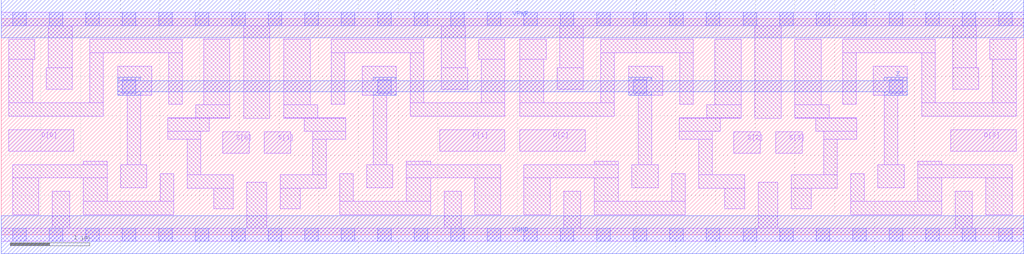
<source format=lef>
# Copyright 2020 The SkyWater PDK Authors
#
# Licensed under the Apache License, Version 2.0 (the "License");
# you may not use this file except in compliance with the License.
# You may obtain a copy of the License at
#
#     https://www.apache.org/licenses/LICENSE-2.0
#
# Unless required by applicable law or agreed to in writing, software
# distributed under the License is distributed on an "AS IS" BASIS,
# WITHOUT WARRANTIES OR CONDITIONS OF ANY KIND, either express or implied.
# See the License for the specific language governing permissions and
# limitations under the License.
#
# SPDX-License-Identifier: Apache-2.0

VERSION 5.7 ;
BUSBITCHARS "[]" ;
DIVIDERCHAR "/" ;
PROPERTYDEFINITIONS
  MACRO maskLayoutSubType STRING ;
  MACRO prCellType STRING ;
  MACRO originalViewName STRING ;
END PROPERTYDEFINITIONS
MACRO sky130_fd_sc_hdll__muxb4to1_2
  ORIGIN  0.000000  0.000000 ;
  CLASS CORE ;
  SYMMETRY X Y R90 ;
  SIZE  12.88000 BY  2.720000 ;
  SITE unithd ;
  PIN D[0]
    DIRECTION INPUT ;
    USE SIGNAL ;
    PORT
      LAYER li1 ;
        RECT 0.095000 1.055000 0.915000 1.325000 ;
    END
  END D[0]
  PIN D[1]
    DIRECTION INPUT ;
    USE SIGNAL ;
    PORT
      LAYER li1 ;
        RECT 5.525000 1.055000 6.345000 1.325000 ;
    END
  END D[1]
  PIN D[2]
    DIRECTION INPUT ;
    USE SIGNAL ;
    PORT
      LAYER li1 ;
        RECT 6.535000 1.055000 7.355000 1.325000 ;
    END
  END D[2]
  PIN D[3]
    DIRECTION INPUT ;
    USE SIGNAL ;
    PORT
      LAYER li1 ;
        RECT 11.965000 1.055000 12.785000 1.325000 ;
    END
  END D[3]
  PIN S[0]
    DIRECTION INPUT ;
    USE SIGNAL ;
    PORT
      LAYER li1 ;
        RECT 2.790000 1.025000 3.125000 1.295000 ;
    END
  END S[0]
  PIN S[1]
    DIRECTION INPUT ;
    USE SIGNAL ;
    PORT
      LAYER li1 ;
        RECT 3.315000 1.025000 3.650000 1.295000 ;
    END
  END S[1]
  PIN S[2]
    DIRECTION INPUT ;
    USE SIGNAL ;
    PORT
      LAYER li1 ;
        RECT 9.230000 1.025000 9.565000 1.295000 ;
    END
  END S[2]
  PIN S[3]
    DIRECTION INPUT ;
    USE SIGNAL ;
    PORT
      LAYER li1 ;
        RECT 9.755000 1.025000 10.090000 1.295000 ;
    END
  END S[3]
  PIN VGND
    DIRECTION INOUT ;
    USE SIGNAL ;
    PORT
      LAYER met1 ;
        RECT 0.000000 -0.240000 12.880000 0.240000 ;
    END
  END VGND
  PIN VPWR
    DIRECTION INOUT ;
    USE SIGNAL ;
    PORT
      LAYER met1 ;
        RECT 0.000000 2.480000 12.880000 2.960000 ;
    END
  END VPWR
  PIN Z
    ANTENNADIFFAREA  1.992000 ;
    DIRECTION OUTPUT ;
    USE SIGNAL ;
    PORT
      LAYER met1 ;
        RECT  1.465000 1.755000  1.755000 1.800000 ;
        RECT  1.465000 1.800000 11.415000 1.940000 ;
        RECT  1.465000 1.940000  1.755000 1.985000 ;
        RECT  4.685000 1.755000  4.975000 1.800000 ;
        RECT  4.685000 1.940000  4.975000 1.985000 ;
        RECT  7.905000 1.755000  8.195000 1.800000 ;
        RECT  7.905000 1.940000  8.195000 1.985000 ;
        RECT 11.125000 1.755000 11.415000 1.800000 ;
        RECT 11.125000 1.940000 11.415000 1.985000 ;
    END
  END Z
  OBS
    LAYER li1 ;
      RECT  0.000000 -0.085000 12.880000 0.085000 ;
      RECT  0.000000  2.635000 12.880000 2.805000 ;
      RECT  0.095000  1.495000  1.285000 1.665000 ;
      RECT  0.095000  1.665000  0.395000 2.210000 ;
      RECT  0.095000  2.210000  0.425000 2.465000 ;
      RECT  0.145000  0.255000  0.475000 0.715000 ;
      RECT  0.145000  0.715000  1.335000 0.885000 ;
      RECT  0.565000  1.835000  0.895000 2.105000 ;
      RECT  0.595000  2.105000  0.895000 2.635000 ;
      RECT  0.645000  0.085000  0.860000 0.545000 ;
      RECT  1.030000  0.255000  2.175000 0.425000 ;
      RECT  1.030000  0.425000  1.335000 0.715000 ;
      RECT  1.030000  0.885000  1.335000 0.925000 ;
      RECT  1.115000  1.665000  1.285000 2.295000 ;
      RECT  1.115000  2.295000  2.280000 2.465000 ;
      RECT  1.465000  1.755000  1.895000 2.125000 ;
      RECT  1.505000  0.595000  1.835000 0.885000 ;
      RECT  1.585000  0.885000  1.755000 1.755000 ;
      RECT  2.005000  0.425000  2.175000 0.770000 ;
      RECT  2.100000  1.205000  2.515000 1.305000 ;
      RECT  2.100000  1.305000  2.620000 1.465000 ;
      RECT  2.100000  1.465000  2.880000 1.475000 ;
      RECT  2.110000  1.645000  2.280000 2.295000 ;
      RECT  2.345000  0.585000  2.925000 0.755000 ;
      RECT  2.345000  0.755000  2.515000 1.205000 ;
      RECT  2.450000  1.475000  2.880000 1.635000 ;
      RECT  2.550000  1.635000  2.880000 2.465000 ;
      RECT  2.675000  0.330000  2.925000 0.585000 ;
      RECT  3.055000  1.465000  3.385000 2.635000 ;
      RECT  3.095000  0.085000  3.345000 0.660000 ;
      RECT  3.515000  0.330000  3.765000 0.585000 ;
      RECT  3.515000  0.585000  4.095000 0.755000 ;
      RECT  3.560000  1.465000  4.340000 1.475000 ;
      RECT  3.560000  1.475000  3.990000 1.635000 ;
      RECT  3.560000  1.635000  3.890000 2.465000 ;
      RECT  3.820000  1.305000  4.340000 1.465000 ;
      RECT  3.925000  0.755000  4.095000 1.205000 ;
      RECT  3.925000  1.205000  4.340000 1.305000 ;
      RECT  4.160000  1.645000  4.330000 2.295000 ;
      RECT  4.160000  2.295000  5.325000 2.465000 ;
      RECT  4.265000  0.255000  5.410000 0.425000 ;
      RECT  4.265000  0.425000  4.435000 0.770000 ;
      RECT  4.545000  1.755000  4.975000 2.125000 ;
      RECT  4.605000  0.595000  4.935000 0.885000 ;
      RECT  4.685000  0.885000  4.855000 1.755000 ;
      RECT  5.105000  0.425000  5.410000 0.715000 ;
      RECT  5.105000  0.715000  6.295000 0.885000 ;
      RECT  5.105000  0.885000  5.410000 0.925000 ;
      RECT  5.155000  1.495000  6.345000 1.665000 ;
      RECT  5.155000  1.665000  5.325000 2.295000 ;
      RECT  5.545000  1.835000  5.875000 2.105000 ;
      RECT  5.545000  2.105000  5.845000 2.635000 ;
      RECT  5.580000  0.085000  5.795000 0.545000 ;
      RECT  5.965000  0.255000  6.295000 0.715000 ;
      RECT  6.015000  2.210000  6.345000 2.465000 ;
      RECT  6.045000  1.665000  6.345000 2.210000 ;
      RECT  6.535000  1.495000  7.725000 1.665000 ;
      RECT  6.535000  1.665000  6.835000 2.210000 ;
      RECT  6.535000  2.210000  6.865000 2.465000 ;
      RECT  6.585000  0.255000  6.915000 0.715000 ;
      RECT  6.585000  0.715000  7.775000 0.885000 ;
      RECT  7.005000  1.835000  7.335000 2.105000 ;
      RECT  7.035000  2.105000  7.335000 2.635000 ;
      RECT  7.085000  0.085000  7.300000 0.545000 ;
      RECT  7.470000  0.255000  8.615000 0.425000 ;
      RECT  7.470000  0.425000  7.775000 0.715000 ;
      RECT  7.470000  0.885000  7.775000 0.925000 ;
      RECT  7.555000  1.665000  7.725000 2.295000 ;
      RECT  7.555000  2.295000  8.720000 2.465000 ;
      RECT  7.905000  1.755000  8.335000 2.125000 ;
      RECT  7.945000  0.595000  8.275000 0.885000 ;
      RECT  8.025000  0.885000  8.195000 1.755000 ;
      RECT  8.445000  0.425000  8.615000 0.770000 ;
      RECT  8.540000  1.205000  8.955000 1.305000 ;
      RECT  8.540000  1.305000  9.060000 1.465000 ;
      RECT  8.540000  1.465000  9.320000 1.475000 ;
      RECT  8.550000  1.645000  8.720000 2.295000 ;
      RECT  8.785000  0.585000  9.365000 0.755000 ;
      RECT  8.785000  0.755000  8.955000 1.205000 ;
      RECT  8.890000  1.475000  9.320000 1.635000 ;
      RECT  8.990000  1.635000  9.320000 2.465000 ;
      RECT  9.115000  0.330000  9.365000 0.585000 ;
      RECT  9.495000  1.465000  9.825000 2.635000 ;
      RECT  9.535000  0.085000  9.785000 0.660000 ;
      RECT  9.955000  0.330000 10.205000 0.585000 ;
      RECT  9.955000  0.585000 10.535000 0.755000 ;
      RECT 10.000000  1.465000 10.780000 1.475000 ;
      RECT 10.000000  1.475000 10.430000 1.635000 ;
      RECT 10.000000  1.635000 10.330000 2.465000 ;
      RECT 10.260000  1.305000 10.780000 1.465000 ;
      RECT 10.365000  0.755000 10.535000 1.205000 ;
      RECT 10.365000  1.205000 10.780000 1.305000 ;
      RECT 10.600000  1.645000 10.770000 2.295000 ;
      RECT 10.600000  2.295000 11.765000 2.465000 ;
      RECT 10.705000  0.255000 11.850000 0.425000 ;
      RECT 10.705000  0.425000 10.875000 0.770000 ;
      RECT 10.985000  1.755000 11.415000 2.125000 ;
      RECT 11.045000  0.595000 11.375000 0.885000 ;
      RECT 11.125000  0.885000 11.295000 1.755000 ;
      RECT 11.545000  0.425000 11.850000 0.715000 ;
      RECT 11.545000  0.715000 12.735000 0.885000 ;
      RECT 11.545000  0.885000 11.850000 0.925000 ;
      RECT 11.595000  1.495000 12.785000 1.665000 ;
      RECT 11.595000  1.665000 11.765000 2.295000 ;
      RECT 11.985000  1.835000 12.315000 2.105000 ;
      RECT 11.985000  2.105000 12.285000 2.635000 ;
      RECT 12.020000  0.085000 12.235000 0.545000 ;
      RECT 12.405000  0.255000 12.735000 0.715000 ;
      RECT 12.455000  2.210000 12.785000 2.465000 ;
      RECT 12.485000  1.665000 12.785000 2.210000 ;
    LAYER mcon ;
      RECT  0.145000 -0.085000  0.315000 0.085000 ;
      RECT  0.145000  2.635000  0.315000 2.805000 ;
      RECT  0.605000 -0.085000  0.775000 0.085000 ;
      RECT  0.605000  2.635000  0.775000 2.805000 ;
      RECT  1.065000 -0.085000  1.235000 0.085000 ;
      RECT  1.065000  2.635000  1.235000 2.805000 ;
      RECT  1.525000 -0.085000  1.695000 0.085000 ;
      RECT  1.525000  1.785000  1.695000 1.955000 ;
      RECT  1.525000  2.635000  1.695000 2.805000 ;
      RECT  1.985000 -0.085000  2.155000 0.085000 ;
      RECT  1.985000  2.635000  2.155000 2.805000 ;
      RECT  2.445000 -0.085000  2.615000 0.085000 ;
      RECT  2.445000  2.635000  2.615000 2.805000 ;
      RECT  2.905000 -0.085000  3.075000 0.085000 ;
      RECT  2.905000 -0.085000  3.075000 0.085000 ;
      RECT  2.905000  2.635000  3.075000 2.805000 ;
      RECT  2.905000  2.635000  3.075000 2.805000 ;
      RECT  3.365000 -0.085000  3.535000 0.085000 ;
      RECT  3.365000 -0.085000  3.535000 0.085000 ;
      RECT  3.365000  2.635000  3.535000 2.805000 ;
      RECT  3.365000  2.635000  3.535000 2.805000 ;
      RECT  3.825000 -0.085000  3.995000 0.085000 ;
      RECT  3.825000  2.635000  3.995000 2.805000 ;
      RECT  4.285000 -0.085000  4.455000 0.085000 ;
      RECT  4.285000  2.635000  4.455000 2.805000 ;
      RECT  4.745000 -0.085000  4.915000 0.085000 ;
      RECT  4.745000  1.785000  4.915000 1.955000 ;
      RECT  4.745000  2.635000  4.915000 2.805000 ;
      RECT  5.205000 -0.085000  5.375000 0.085000 ;
      RECT  5.205000  2.635000  5.375000 2.805000 ;
      RECT  5.665000 -0.085000  5.835000 0.085000 ;
      RECT  5.665000  2.635000  5.835000 2.805000 ;
      RECT  6.125000 -0.085000  6.295000 0.085000 ;
      RECT  6.125000  2.635000  6.295000 2.805000 ;
      RECT  6.585000 -0.085000  6.755000 0.085000 ;
      RECT  6.585000  2.635000  6.755000 2.805000 ;
      RECT  7.045000 -0.085000  7.215000 0.085000 ;
      RECT  7.045000  2.635000  7.215000 2.805000 ;
      RECT  7.505000 -0.085000  7.675000 0.085000 ;
      RECT  7.505000  2.635000  7.675000 2.805000 ;
      RECT  7.965000 -0.085000  8.135000 0.085000 ;
      RECT  7.965000  1.785000  8.135000 1.955000 ;
      RECT  7.965000  2.635000  8.135000 2.805000 ;
      RECT  8.425000 -0.085000  8.595000 0.085000 ;
      RECT  8.425000  2.635000  8.595000 2.805000 ;
      RECT  8.885000 -0.085000  9.055000 0.085000 ;
      RECT  8.885000  2.635000  9.055000 2.805000 ;
      RECT  9.345000 -0.085000  9.515000 0.085000 ;
      RECT  9.345000 -0.085000  9.515000 0.085000 ;
      RECT  9.345000  2.635000  9.515000 2.805000 ;
      RECT  9.345000  2.635000  9.515000 2.805000 ;
      RECT  9.805000 -0.085000  9.975000 0.085000 ;
      RECT  9.805000 -0.085000  9.975000 0.085000 ;
      RECT  9.805000  2.635000  9.975000 2.805000 ;
      RECT  9.805000  2.635000  9.975000 2.805000 ;
      RECT 10.265000 -0.085000 10.435000 0.085000 ;
      RECT 10.265000  2.635000 10.435000 2.805000 ;
      RECT 10.725000 -0.085000 10.895000 0.085000 ;
      RECT 10.725000  2.635000 10.895000 2.805000 ;
      RECT 11.185000 -0.085000 11.355000 0.085000 ;
      RECT 11.185000  1.785000 11.355000 1.955000 ;
      RECT 11.185000  2.635000 11.355000 2.805000 ;
      RECT 11.645000 -0.085000 11.815000 0.085000 ;
      RECT 11.645000  2.635000 11.815000 2.805000 ;
      RECT 12.105000 -0.085000 12.275000 0.085000 ;
      RECT 12.105000  2.635000 12.275000 2.805000 ;
      RECT 12.565000 -0.085000 12.735000 0.085000 ;
      RECT 12.565000  2.635000 12.735000 2.805000 ;
  END
  PROPERTY maskLayoutSubType "abstract" ;
  PROPERTY prCellType "standard" ;
  PROPERTY originalViewName "layout" ;
END sky130_fd_sc_hdll__muxb4to1_2
END LIBRARY

</source>
